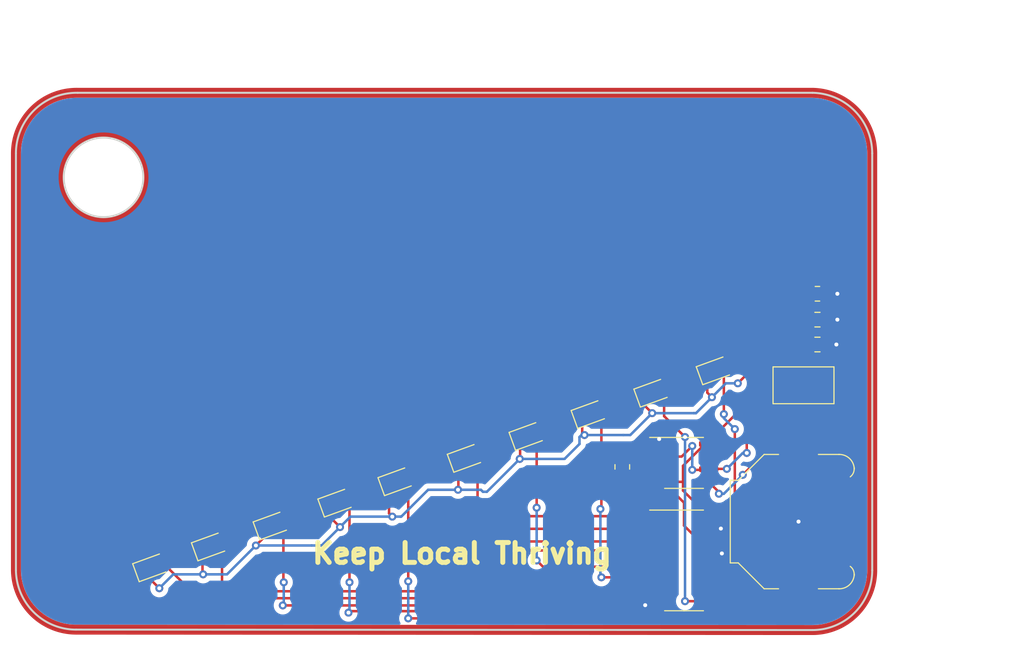
<source format=kicad_pcb>
(kicad_pcb (version 20211014) (generator pcbnew)
  (layers (0 "F.Cu" signal) (31 "B.Cu" signal) (34 "B.Paste" user) (35 "F.Paste" user) (36 "B.SilkS" user "B.Silkscreen") (37 "F.SilkS" user "F.Silkscreen") (38 "B.Mask" user) (39 "F.Mask" user) (44 "Edge.Cuts" user))
  (net 0 "")
  (net 1 "VCC")
  (net 2 "GND")
  (net 3 "Net-(U2-Pad5)")
  (net 4 "Net-(D10-Pad1)")
  (net 5 "LED1")
  (net 6 "LED2")
  (net 7 "LED3")
  (net 8 "LED4")
  (net 9 "LED5")
  (net 10 "LED6")
  (net 11 "LED7")
  (net 12 "LED9")
  (net 13 "LED10")
  (net 14 "Net-(R3-Pad1)")
  (net 16 "LED8")
  (net 18 "5V")
  (net 19 "CLOCK")
  (footprint "LED_SMD:LED_0805_2012Metric_Pad1.15x1.40mm_HandSolder" (layer "F.Cu") (at 97 125.2 20)
    (fp_text reference "D2" hide)
    (fp_text value "LED" hide)
  )
  (footprint "Capacitor_SMD:C_0805_2012Metric_Pad1.18x1.45mm_HandSolder" (layer "F.Cu") (at 163.7 102.9 180)
    (fp_text reference "C1" hide)
    (fp_text value "100nF" hide)
  )
  (footprint "Button_Switch_SMD:SW_SPST_CK_RS282G05A3" (layer "F.Cu") (at 162.3 107 180)
    (fp_text reference "SW1" hide)
    (fp_text value "ON / OFF")
  )
  (footprint "LED_SMD:LED_0805_2012Metric_Pad1.15x1.40mm_HandSolder" (layer "F.Cu") (at 153.6 105.4 20)
    (fp_text reference "D11" hide)
    (fp_text value "LED" hide)
  )
  (footprint "LED_SMD:LED_0805_2012Metric_Pad1.15x1.40mm_HandSolder" (layer "F.Cu") (at 121.636815 116.550571 20)
    (fp_text reference "D6" hide)
    (fp_text value "LED" hide)
  )
  (footprint "LED_SMD:LED_0805_2012Metric_Pad1.15x1.40mm_HandSolder" (layer "F.Cu") (at 141.036815 109.8 20)
    (fp_text reference "D9" hide)
    (fp_text value "LED" hide)
  )
  (footprint "Capacitor_SMD:C_0805_2012Metric_Pad1.18x1.45mm_HandSolder" (layer "F.Cu") (at 163.7 100.4)
    (fp_text reference "C2" hide)
    (fp_text value "220nF" hide)
  )
  (footprint "Battery:BatteryHolder_Keystone_3000_1x12mm" (layer "F.Cu") (at 161.795 120.7 90)
    (fp_text reference "BT1" hide)
    (fp_text value "Battery")
  )
  (footprint "Package_SO:SOIC-16_3.9x9.9mm_P1.27mm" (layer "F.Cu") (at 150.3 124.6)
    (fp_text reference "U1" hide)
    (fp_text value "4017" hide)
  )
  (footprint "LED_SMD:LED_0805_2012Metric_Pad1.15x1.40mm_HandSolder" (layer "F.Cu") (at 115.6 118.7 20)
    (fp_text reference "D5" hide)
    (fp_text value "LED" hide)
  )
  (footprint "LED_SMD:LED_0805_2012Metric_Pad1.15x1.40mm_HandSolder" (layer "F.Cu") (at 102.9 123.1 20)
    (fp_text reference "D3" hide)
    (fp_text value "LED" hide)
  )
  (footprint "Resistor_SMD:R_0805_2012Metric_Pad1.20x1.40mm_HandSolder" (layer "F.Cu") (at 163.7 97.8 180)
    (fp_text reference "R2" hide)
    (fp_text value "470" hide)
  )
  (footprint "LED_SMD:LED_0805_2012Metric_Pad1.15x1.40mm_HandSolder" (layer "F.Cu") (at 109.1 121 20)
    (fp_text reference "D4" hide)
    (fp_text value "LED" hide)
  )
  (footprint "LED_SMD:LED_0805_2012Metric_Pad1.15x1.40mm_HandSolder" (layer "F.Cu") (at 128.6 114.2 20)
    (fp_text reference "D7" hide)
    (fp_text value "LED" hide)
  )
  (footprint "LED_SMD:LED_0805_2012Metric_Pad1.15x1.40mm_HandSolder" (layer "F.Cu") (at 147.336815 107.650571 20)
    (fp_text reference "D10" hide)
    (fp_text value "LED" hide)
  )
  (footprint "LED_SMD:LED_0805_2012Metric_Pad1.15x1.40mm_HandSolder" (layer "F.Cu") (at 134.8 112 20)
    (fp_text reference "D8" hide)
    (fp_text value "LED" hide)
  )
  (footprint "Package_SO:SOIC-8_3.9x4.9mm_P1.27mm" (layer "F.Cu") (at 150.3 114.8)
    (fp_text reference "U2" hide)
    (fp_text value "NE555D" hide)
  )
  (footprint "Resistor_SMD:R_0805_2012Metric_Pad1.20x1.40mm_HandSolder" (layer "F.Cu") (at 144.1 115.2 -90)
    (fp_text reference "R3" hide)
    (fp_text value "10K" hide)
  )
  (gr_poly (pts (xy 156.874106 81.919762) (xy 157.017821 81.92959) (xy 157.159056 81.946471) (xy 157.297596 81.970379) (xy 157.433227 82.001287) (xy 157.565735 82.039168) (xy 157.694906 82.083995) (xy 157.820526 82.135741) (xy 157.942381 82.19438) (xy 158.060255 82.259885) (xy 158.173936 82.332229) (xy 158.287717 82.414456) (xy 158.394829 82.502616) (xy 158.495179 82.596524) (xy 158.588674 82.695994) (xy 158.675223 82.800841) (xy 158.754732 82.91088) (xy 158.827108 83.025926) (xy 158.892259 83.145793) (xy 158.950092 83.270296) (xy 159.000515 83.399249) (xy 159.043435 83.532468) (xy 159.078759 83.669767) (xy 159.106395 83.81096) (xy 159.126249 83.955863) (xy 159.13823 84.10429) (xy 159.142244 84.256056) (xy 159.144441 90.639601) (xy 159.140345 90.793106) (xy 159.12819 90.946539) (xy 159.108175 91.099665) (xy 159.080499 91.25225) (xy 159.045361 91.404059) (xy 159.002959 91.554856) (xy 158.953493 91.704406) (xy 158.897161 91.852475) (xy 158.834163 91.998828) (xy 158.764696 92.143229) (xy 158.607157 92.425238) (xy 158.426133 92.696623) (xy 158.223217 92.955503) (xy 158 93.2) (xy 157.758073 93.428233) (xy 157.499027 93.638323) (xy 157.224455 93.828391) (xy 156.935946 93.996556) (xy 156.786963 94.071838) (xy 156.635092 94.14094) (xy 156.480534 94.203626) (xy 156.323486 94.259662) (xy 156.164147 94.308813) (xy 156.002717 94.350843) (xy 151.063249 95.517713) (xy 151.032406 95.526097) (xy 151.001961 95.535805) (xy 150.971951 95.546794) (xy 150.942414 95.559021) (xy 150.913389 95.572444) (xy 150.884913 95.587018) (xy 150.857026 95.602703) (xy 150.829765 95.619453) (xy 150.803168 95.637228) (xy 150.777273 95.655983) (xy 150.727745 95.696265) (xy 150.681484 95.739955) (xy 150.638796 95.786711) (xy 150.599987 95.836188) (xy 150.582132 95.861841) (xy 150.565362 95.888045) (xy 150.549714 95.914759) (xy 150.535226 95.941938) (xy 150.521937 95.969541) (xy 150.509885 95.997524) (xy 150.499107 96.025845) (xy 150.489643 96.05446) (xy 150.48153 96.083326) (xy 150.474807 96.112402) (xy 150.469511 96.141643) (xy 150.465681 96.171007) (xy 150.463355 96.200451) (xy 150.462571 96.229933) (xy 150.462571 100.231) (xy 150.463317 100.258968) (xy 150.465538 100.286303) (xy 150.469207 100.312969) (xy 150.4743 100.338929) (xy 150.480792 100.364146) (xy 150.488656 100.388583) (xy 150.497867 100.412206) (xy 150.5084 100.434976) (xy 150.52023 100.456857) (xy 150.53333 100.477813) (xy 150.547676 100.497807) (xy 150.563241 100.516803) (xy 150.580001 100.534764) (xy 150.59793 100.551654) (xy 150.617003 100.567436) (xy 150.637193 100.582074) (xy 150.65749 100.595157) (xy 150.678582 100.60695) (xy 150.700429 100.617454) (xy 150.722992 100.62667) (xy 150.746229 100.634597) (xy 150.770101 100.641237) (xy 150.794568 100.64659) (xy 150.81959 100.650655) (xy 150.845126 100.653433) (xy 150.871136 100.654925) (xy 150.89758 100.655131) (xy 150.924418 100.654052) (xy 150.95161 100.651687) (xy 150.979115 100.648037) (xy 151.006894 100.643102) (xy 151.034906 100.636884) (xy 154.1643 99.897229) (xy 154.195223 99.888845) (xy 154.225738 99.879137) (xy 154.255808 99.868149) (xy 154.285396 99.855921) (xy 154.314464 99.842499) (xy 154.342973 99.827924) (xy 154.370887 99.81224) (xy 154.398167 99.795489) (xy 154.424777 99.777715) (xy 154.450678 99.758959) (xy 154.500204 99.718678) (xy 154.546442 99.674988) (xy 154.589093 99.628232) (xy 154.627855 99.578754) (xy 154.645684 99.553102) (xy 154.662427 99.526897) (xy 154.678047 99.500184) (xy 154.692506 99.473004) (xy 154.705767 99.445401) (xy 154.717792 99.417418) (xy 154.728544 99.389098) (xy 154.737984 99.360483) (xy 154.746075 99.331616) (xy 154.75278 99.302541) (xy 154.75806 99.2733) (xy 154.761878 99.243936) (xy 154.764197 99.214491) (xy 154.764978 99.18501) (xy 154.763871 97.969464) (xy 154.764764 97.936029) (xy 154.767414 97.902612) (xy 154.771776 97.869265) (xy 154.777809 97.836039) (xy 154.785468 97.802985) (xy 154.79471 97.770154) (xy 154.805492 97.737598) (xy 154.817771 97.705367) (xy 154.831503 97.673512) (xy 154.846644 97.642084) (xy 154.880983 97.580715) (xy 154.92044 97.521669) (xy 154.96467 97.465353) (xy 155.013324 97.412176) (xy 155.066056 97.362547) (xy 155.122519 97.316875) (xy 155.182367 97.275567) (xy 155.245252 97.239032) (xy 155.277725 97.222683) (xy 155.310828 97.20768) (xy 155.344516 97.194074) (xy 155.378747 97.181917) (xy 155.413477 97.17126) (xy 155.448663 97.162153) (xy 158.430124 96.457228) (xy 158.464656 96.449499) (xy 158.498967 96.443481) (xy 158.533005 96.439158) (xy 158.566719 96.436515) (xy 158.600059 96.435538) (xy 158.632972 96.436211) (xy 158.665409 96.43852) (xy 158.697318 96.44245) (xy 158.728649 96.447985) (xy 158.759351 96.455111) (xy 158.789372 96.463813) (xy 158.818662 96.474076) (xy 158.84717 96.485885) (xy 158.874845 96.499225) (xy 158.901635 96.514082) (xy 158.927491 96.530439) (xy 158.953149 96.548922) (xy 158.977306 96.568717) (xy 158.999942 96.589782) (xy 159.021034 96.612075) (xy 159.040563 96.635554) (xy 159.058506 96.660178) (xy 159.074841 96.685904) (xy 159.089548 96.71269) (xy 159.102605 96.740495) (xy 159.113991 96.769277) (xy 159.123684 96.798993) (xy 159.131662 96.829602) (xy 159.137905 96.861062) (xy 159.142391 96.893331) (xy 159.145098 96.926366) (xy 159.146005 96.960127) (xy 159.145494 96.960798) (xy 159.145494 99.452466) (xy 159.141917 99.597747) (xy 159.13129 99.742907) (xy 159.113762 99.887754) (xy 159.089487 100.032095) (xy 159.058616 100.175737) (xy 159.0213 100.318487) (xy 158.977691 100.460152) (xy 158.927941 100.60054) (xy 158.810626 100.876711) (xy 158.670568 101.145459) (xy 158.508981 101.40524) (xy 158.327078 101.654511) (xy 158.126075 101.891732) (xy 157.907184 102.115357) (xy 157.67162 102.323846) (xy 157.420596 102.515656) (xy 157.155327 102.689243) (xy 156.877027 102.843066) (xy 156.586909 102.975582) (xy 156.437798 103.033368) (xy 156.286187 103.085248) (xy 92.211809 125.411052) (xy 92.201523 125.414718) (xy 92.191238 125.418235) (xy 92.170667 125.424983) (xy 92.150095 125.431617) (xy 92.129524 125.438456) (xy 92.108676 125.442104) (xy 92.087367 125.445493) (xy 92.065737 125.448552) (xy 92.043925 125.451213) (xy 92.022069 125.453404) (xy 92.00031 125.455056) (xy 91.978787 125.456099) (xy 91.957639 125.456462) (xy 91.935121 125.456037) (xy 91.912833 125.454777) (xy 91.890791 125.452705) (xy 91.869012 125.449844) (xy 91.847511 125.446217) (xy 91.826305 125.441846) (xy 91.80541 125.436754) (xy 91.784841 125.430964) (xy 91.764616 125.424499) (xy 91.744749 125.417382) (xy 91.725257 125.409635) (xy 91.706156 125.401281) (xy 91.687462 125.392344) (xy 91.669192 125.382845) (xy 91.651361 125.372807) (xy 91.633985 125.362254) (xy 91.608328 125.343595) (xy 91.584171 125.323648) (xy 91.561536 125.302453) (xy 91.540443 125.28005) (xy 91.520915 125.25648) (xy 91.502972 125.231782) (xy 91.486637 125.205996) (xy 91.47193 125.179164) (xy 91.458873 125.151324) (xy 91.447487 125.122518) (xy 91.437794 125.092784) (xy 91.429816 125.062164) (xy 91.423573 125.030698) (xy 91.419087 124.998425) (xy 91.41638 124.965386) (xy 91.415473 124.931621) (xy 91.415473 115.365458) (xy 91.416366 115.332023) (xy 91.419015 115.298606) (xy 91.423378 115.265258) (xy 91.429411 115.232031) (xy 91.43707 115.198975) (xy 91.446312 115.166142) (xy 91.457094 115.133582) (xy 91.469373 115.101346) (xy 91.483105 115.069485) (xy 91.498246 115.03805) (xy 91.532585 114.97666) (xy 91.572042 114.917585) (xy 91.616272 114.861232) (xy 91.664926 114.808007) (xy 91.717658 114.758317) (xy 91.774122 114.712571) (xy 91.833969 114.671174) (xy 91.896855 114.634535) (xy 91.929328 114.618126) (xy 91.962431 114.603059) (xy 91.996119 114.589386) (xy 92.03035 114.577156) (xy 92.065081 114.566421) (xy 92.100267 114.557231) (xy 99.500049 112.808057) (xy 99.530803 112.80047) (xy 99.561155 112.791469) (xy 99.591068 112.781102) (xy 99.620503 112.769415) (xy 99.649423 112.756456) (xy 99.677791 112.742273) (xy 99.705569 112.726914) (xy 99.732718 112.710425) (xy 99.759202 112.692854) (xy 99.784983 112.67425) (xy 99.810022 112.654658) (xy 99.834283 112.634128) (xy 99.857728 112.612706) (xy 99.880319 112.59044) (xy 99.922788 112.543565) (xy 99.96139 112.493884) (xy 99.979146 112.46811) (xy 99.995822 112.441776) (xy 100.01138 112.414932) (xy 100.025783 112.387623) (xy 100.038994 112.359898) (xy 100.050973 112.331804) (xy 100.061685 112.303388) (xy 100.07109 112.274699) (xy 100.079152 112.245783) (xy 100.085832 112.216688) (xy 100.091094 112.187461) (xy 100.094898 112.158151) (xy 100.097209 112.128805) (xy 100.097987 112.099469) (xy 100.094987 109.485181) (xy 100.093531 109.445727) (xy 100.089209 109.407652) (xy 100.085994 109.389159) (xy 100.08209 109.371046) (xy 100.077503 109.353324) (xy 100.072244 109.336003) (xy 100.066321 109.319097) (xy 100.059741 109.302615) (xy 100.052515 109.286571) (xy 100.044651 109.270975) (xy 100.036157 109.255839) (xy 100.027043 109.241175) (xy 100.017317 109.226994) (xy 100.006987 109.213307) (xy 99.996063 109.200127) (xy 99.984552 109.187464) (xy 99.972465 109.175331) (xy 99.959809 109.163739) (xy 99.946593 109.152699) (xy 99.932826 109.142223) (xy 99.918517 109.132323) (xy 99.903674 109.12301) (xy 99.888306 109.114295) (xy 99.872422 109.106191) (xy 99.85603 109.098708) (xy 99.839139 109.091859) (xy 99.821759 109.085655) (xy 99.803897 109.080107) (xy 99.785562 109.075227) (xy 99.766763 109.071027) (xy 94.3036 108.070355) (xy 94.140814 108.034534) (xy 93.981762 107.992629) (xy 93.826538 107.944758) (xy 93.675235 107.891038) (xy 93.527949 107.831585) (xy 93.384772 107.766516) (xy 93.245799 107.695947) (xy 93.111124 107.619994) (xy 92.980841 107.538775) (xy 92.855044 107.452406) (xy 92.733827 107.361003) (xy 92.617285 107.264684) (xy 92.50551 107.163565) (xy 92.398598 107.057761) (xy 92.296642 106.947391) (xy 92.199737 106.83257) (xy 92.107976 106.713415) (xy 92.021453 106.590043) (xy 91.940263 106.46257) (xy 91.8645 106.331113) (xy 91.794257 106.195789) (xy 91.729628 106.056713) (xy 91.670709 105.914003) (xy 91.617592 105.767776) (xy 91.570372 105.618147) (xy 91.529143 105.465233) (xy 91.493999 105.309151) (xy 91.465033 105.150018) (xy 91.442341 104.98795) (xy 91.426016 104.823064) (xy 91.416152 104.655476) (xy 91.412843 104.485303) (xy 91.415122 100.236585) (xy 91.419218 100.083072) (xy 91.431373 99.929631) (xy 91.451388 99.776498) (xy 91.479064 99.623908) (xy 91.514203 99.472094) (xy 91.556605 99.321292) (xy 91.606071 99.171737) (xy 91.662403 99.023663) (xy 91.725401 98.877306) (xy 91.794867 98.732899) (xy 91.952407 98.450878) (xy 92.133431 98.179479) (xy 92.336347 97.920579) (xy 92.559565 97.676059) (xy 92.801492 97.447795) (xy 93.060539 97.237666) (xy 93.335112 97.04755) (xy 93.623621 96.879327) (xy 93.772605 96.804012) (xy 93.924475 96.734874) (xy 94.079034 96.672149) (xy 94.236082 96.61607) (xy 94.395421 96.566874) (xy 94.556852 96.524794) (xy 101.307863 94.92909) (xy 101.462114 94.896165) (xy 101.615132 94.87042) (xy 101.766706 94.851832) (xy 101.916628 94.840379) (xy 102.064687 94.836037) (xy 102.210675 94.838782) (xy 102.354382 94.848592) (xy 102.495599 94.865442) (xy 102.634115 94.889311) (xy 102.769722 94.920173) (xy 102.90221 94.958007) (xy 103.03137 95.002789) (xy 103.156992 95.054495) (xy 103.278867 95.113103) (xy 103.396785 95.178588) (xy 103.510537 95.250929) (xy 103.624318 95.333162) (xy 103.73143 95.421337) (xy 103.83178 95.515268) (xy 103.925276 95.614767) (xy 104.011825 95.719646) (xy 104.091333 95.829717) (xy 104.16371 95.944794) (xy 104.228861 96.064688) (xy 104.286695 96.189211) (xy 104.337118 96.318177) (xy 104.380038 96.451398) (xy 104.415362 96.588686) (xy 104.442998 96.729853) (xy 104.462852 96.874713) (xy 104.474833 97.023076) (xy 104.478847 97.174757) (xy 104.480035 100.45271) (xy 104.479142 100.486065) (xy 104.476493 100.519412) (xy 104.472131 100.552699) (xy 104.4661 100.585875) (xy 104.458442 100.618888) (xy 104.449202 100.651686) (xy 104.438424 100.68422) (xy 104.42615 100.716436) (xy 104.412425 100.748285) (xy 104.397291 100.779713) (xy 104.362972 100.841106) (xy 104.323543 100.900203) (xy 104.279352 100.956593) (xy 104.230746 101.009866) (xy 104.178075 101.05961) (xy 104.121685 101.105414) (xy 104.061926 101.146866) (xy 103.999145 101.183555) (xy 103.966731 101.199986) (xy 103.933692 101.215072) (xy 103.900071 101.228761) (xy 103.865913 101.241003) (xy 103.83126 101.251745) (xy 103.796157 101.260938) (xy 100.814796 101.964948) (xy 100.780283 101.972676) (xy 100.746029 101.978695) (xy 100.712081 101.983018) (xy 100.678484 101.985661) (xy 100.645283 101.986638) (xy 100.612524 101.985964) (xy 100.580252 101.983655) (xy 100.548513 101.979726) (xy 100.517353 101.97419) (xy 100.486817 101.967064) (xy 100.456951 101.958362) (xy 100.427799 101.948099) (xy 100.399409 101.93629) (xy 100.371825 101.92295) (xy 100.345092 101.908094) (xy 100.319257 101.891736) (xy 100.293448 101.873253) (xy 100.269179 101.853457) (xy 100.257627 101.843079) (xy 100.246466 101.832387) (xy 100.235698 101.821388) (xy 100.225327 101.810086) (xy 100.205779 101.786592) (xy 100.187839 101.761948) (xy 100.171526 101.736192) (xy 100.156856 101.709367) (xy 100.143847 101.681512) (xy 100.132516 101.652667) (xy 100.122881 101.622875) (xy 100.114959 101.592174) (xy 100.108766 101.560606) (xy 100.104322 101.528211) (xy 100.101642 101.49503) (xy 100.100745 101.461102) (xy 100.100745 99.547132) (xy 100.1 99.519163) (xy 100.097781 99.491827) (xy 100.094116 99.465159) (xy 100.089031 99.439193) (xy 100.082554 99.413964) (xy 100.07471 99.389508) (xy 100.065527 99.365859) (xy 100.055031 99.343053) (xy 100.043249 99.321124) (xy 100.030209 99.300108) (xy 100.015936 99.28004) (xy 100.000458 99.260955) (xy 99.983801 99.242887) (xy 99.965992 99.225872) (xy 99.947058 99.209946) (xy 99.927026 99.195142) (xy 99.906597 99.182059) (xy 99.885447 99.170266) (xy 99.863604 99.159762) (xy 99.841095 99.150546) (xy 99.817949 99.142618) (xy 99.794193 99.135979) (xy 99.769857 99.130626) (xy 99.744968 99.126561) (xy 99.719554 99.123783) (xy 99.693642 99.122291) (xy 99.667263 99.122085) (xy 99.640442 99.123164) (xy 99.613209 99.125529) (xy 99.585592 99.129179) (xy 99.557618 99.134113) (xy 99.529315 99.140332) (xy 96.39993 99.879987) (xy 96.369085 99.888371) (xy 96.338632 99.898078) (xy 96.30861 99.909067) (xy 96.279056 99.921294) (xy 96.250011 99.934717) (xy 96.221511 99.949292) (xy 96.193596 99.964976) (xy 96.166304 99.981727) (xy 96.139674 99.999501) (xy 96.113743 100.018256) (xy 96.064137 100.058538) (xy 96.017794 100.102228) (xy 95.97502 100.148984) (xy 95.936126 100.198462) (xy 95.918229 100.224114) (xy 95.901418 100.250319) (xy 95.88573 100.277032) (xy 95.871204 100.304212) (xy 95.857879 100.331814) (xy 95.845794 100.359797) (xy 95.834986 100.388118) (xy 95.825494 100.416733) (xy 95.817356 100.4456) (xy 95.810612 100.474675) (xy 95.8053 100.503916) (xy 95.801457 100.53328) (xy 95.799124 100.562725) (xy 95.798337 100.592206) (xy 95.798337 103.595136) (xy 95.799794 103.634755) (xy 95.804116 103.672976) (xy 95.80733 103.691533) (xy 95.811235 103.709706) (xy 95.815821 103.727484) (xy 95.82108 103.744855) (xy 95.827004 103.761809) (xy 95.833583 103.778332) (xy 95.840809 103.794416) (xy 95.848673 103.810047) (xy 95.857167 103.825214) (xy 95.866281 103.839907) (xy 95.876008 103.854113) (xy 95.886338 103.867822) (xy 95.897262 103.881021) (xy 95.908772 103.893701) (xy 95.92086 103.905848) (xy 95.933516 103.917453) (xy 95.946732 103.928503) (xy 95.960498 103.938987) (xy 95.974808 103.948894) (xy 95.989651 103.958212) (xy 96.005019 103.966931) (xy 96.020903 103.975038) (xy 96.037294 103.982522) (xy 96.054185 103.989372) (xy 96.071566 103.995577) (xy 96.089428 104.001125) (xy 96.107763 104.006005) (xy 96.126561 104.010205) (xy 101.606002 105.021771) (xy 101.767757 105.050982) (xy 101.925807 105.086252) (xy 102.080058 105.127472) (xy 102.230418 105.174533) (xy 102.376791 105.227323) (xy 102.519085 105.285734) (xy 102.657205 105.349656) (xy 102.791058 105.418978) (xy 102.92055 105.493591) (xy 103.045586 105.573385) (xy 103.166074 105.65825) (xy 103.281919 105.748076) (xy 103.393028 105.842754) (xy 103.499306 105.942173) (xy 103.600661 106.046224) (xy 103.696997 106.154798) (xy 103.788222 106.267783) (xy 103.874241 106.38507) (xy 103.95496 106.50655) (xy 104.030287 106.632112) (xy 104.100127 106.761647) (xy 104.164385 106.895044) (xy 104.222969 107.032195) (xy 104.275785 107.172989) (xy 104.322738 107.317316) (xy 104.363736 107.465066) (xy 104.398683 107.61613) (xy 104.427487 107.770398) (xy 104.450053 107.92776) (xy 104.466288 108.088106) (xy 104.476098 108.251325) (xy 104.479389 108.41731) (xy 104.483989 112.155316) (xy 104.483025 112.229653) (xy 104.480134 112.30419) (xy 104.475317 112.378913) (xy 104.468576 112.453808) (xy 104.459911 112.528862) (xy 104.449325 112.604061) (xy 104.436818 112.679391) (xy 104.422392 112.754838) (xy 104.406048 112.830388) (xy 104.387787 112.906028) (xy 104.367612 112.981744) (xy 104.345522 113.057521) (xy 104.32152 113.133347) (xy 104.295606 113.209207) (xy 104.267782 113.285087) (xy 104.23805 113.360974) (xy 108.310411 112.398602) (xy 108.310411 93.922193) (xy 108.311301 93.888758) (xy 108.313943 93.855341) (xy 108.318293 93.821994) (xy 108.324309 93.788768) (xy 108.331947 93.755714) (xy 108.341165 93.722883) (xy 108.351919 93.690327) (xy 108.364167 93.658095) (xy 108.377866 93.62624) (xy 108.392971 93.594813) (xy 108.427233 93.533444) (xy 108.466608 93.474397) (xy 108.510752 93.418081) (xy 108.55932 93.364905) (xy 108.61197 93.315276) (xy 108.668357 93.269603) (xy 108.728135 93.228295) (xy 108.790962 93.191761) (xy 108.823411 93.175411) (xy 108.856493 93.160408) (xy 108.890165 93.146802) (xy 108.924384 93.134645) (xy 108.959107 93.123988) (xy 108.994291 93.114881) (xy 111.97556 92.409071) (xy 112.010235 92.401342) (xy 112.044628 92.395324) (xy 112.078695 92.391001) (xy 112.112389 92.388358) (xy 112.145665 92.387381) (xy 112.178478 92.388054) (xy 112.210781 92.390363) (xy 112.242531 92.394293) (xy 112.27368 92.399828) (xy 112.304183 92.406954) (xy 112.333996 92.415656) (xy 112.363072 92.42592) (xy 112.391365 92.437729) (xy 112.418831 92.451069) (xy 112.445424 92.465925) (xy 112.471097 92.482283) (xy 112.496754 92.500775) (xy 112.520912 92.520598) (xy 112.543547 92.541704) (xy 112.56464 92.564047) (xy 112.584169 92.587583) (xy 112.602112 92.612264) (xy 112.618447 92.638045) (xy 112.633154 92.664881) (xy 112.646211 92.692724) (xy 112.657597 92.72153) (xy 112.66729 92.751252) (xy 112.675268 92.781845) (xy 112.681511 92.813262) (xy 112.685997 92.845457) (xy 112.688704 92.878385) (xy 112.689611 92.912001) (xy 112.689611 109.701032) (xy 117.173219 108.631879) (xy 117.208055 108.62415) (xy 117.24259 108.618132) (xy 117.276779 108.613809) (xy 117.310578 108.611166) (xy 117.343942 108.610189) (xy 117.376829 108.610862) (xy 117.409193 108.613171) (xy 117.44099 108.617101) (xy 117.472177 108.622636) (xy 117.502708 108.629762) (xy 117.532541 108.638464) (xy 117.56163 108.648727) (xy 117.589932 108.660536) (xy 117.617402 108.673877) (xy 117.643997 108.688733) (xy 117.669671 108.70509) (xy 117.695318 108.723749) (xy 117.719446 108.743697) (xy 117.742037 108.764892) (xy 117.763071 108.787294) (xy 117.78253 108.810865) (xy 117.800396 108.835563) (xy 117.816649 108.861348) (xy 117.831271 108.888181) (xy 117.844242 108.91602) (xy 117.855545 108.944827) (xy 117.86516 108.97456) (xy 117.87307 109.00518) (xy 117.879254 109.036647) (xy 117.883694 109.06892) (xy 117.886372 109.101959) (xy 117.887269 109.135724) (xy 117.890668 110.133466) (xy 120.488309 109.519086) (xy 120.490045 97.835462) (xy 120.490935 97.802026) (xy 120.493577 97.768609) (xy 120.497928 97.735261) (xy 120.503945 97.702035) (xy 120.511585 97.668979) (xy 120.520805 97.636146) (xy 120.531563 97.603586) (xy 120.543816 97.57135) (xy 120.55752 97.539489) (xy 120.572633 97.508053) (xy 120.606915 97.446664) (xy 120.646318 97.387589) (xy 120.6905 97.331236) (xy 120.739118 97.278011) (xy 120.791828 97.228321) (xy 120.848288 97.182575) (xy 120.908156 97.141178) (xy 120.971087 97.104539) (xy 121.003595 97.08813) (xy 121.036741 97.073064) (xy 121.070481 97.05939) (xy 121.104773 97.04716) (xy 121.139573 97.036425) (xy 121.17484 97.027235) (xy 124.156202 96.32234) (xy 124.190566 96.314611) (xy 124.22471 96.308593) (xy 124.258582 96.30427) (xy 124.292134 96.301627) (xy 124.325315 96.30065) (xy 124.358078 96.301323) (xy 124.390371 96.303632) (xy 124.422146 96.307562) (xy 124.453353 96.313097) (xy 124.483942 96.320223) (xy 124.513865 96.328926) (xy 124.543071 96.339189) (xy 124.57151 96.350998) (xy 124.599135 96.364338) (xy 124.625894 96.379194) (xy 124.651738 96.395552) (xy 124.677396 96.414034) (xy 124.701553 96.433829) (xy 124.724189 96.454894) (xy 124.745281 96.477188) (xy 124.76481 96.500667) (xy 124.782753 96.525292) (xy 124.799088 96.551019) (xy 124.813795 96.577806) (xy 124.826852 96.605613) (xy 124.838238 96.634397) (xy 124.847931 96.664115) (xy 124.855909 96.694727) (xy 124.862152 96.726191) (xy 124.866638 96.758463) (xy 124.869345 96.791504) (xy 124.870252 96.82527) (xy 124.871988 108.481) (xy 129.089998 107.484326) (xy 129.089998 91.330152) (xy 129.094094 91.1766) (xy 129.106249 91.023123) (xy 129.126265 90.869954) (xy 129.153943 90.71733) (xy 129.189084 90.565485) (xy 129.231488 90.414654) (xy 129.280957 90.265072) (xy 129.337292 90.116973) (xy 129.400294 89.970593) (xy 129.469763 89.826167) (xy 129.627311 89.544113) (xy 129.808343 89.272691) (xy 130.011267 89.013781) (xy 130.234493 88.76926) (xy 130.476429 88.541008) (xy 130.735483 88.330904) (xy 131.010063 88.140826) (xy 131.298578 87.972654) (xy 131.447564 87.89737) (xy 131.599436 87.828267) (xy 131.753997 87.765579) (xy 131.911046 87.709543) (xy 132.070386 87.660392) (xy 132.231817 87.618361) (xy 138.972696 86.024611) (xy 139.126645 85.991685) (xy 139.279438 85.965942) (xy 139.430856 85.947359) (xy 139.58068 85.935914) (xy 139.728693 85.931585) (xy 139.874676 85.934351) (xy 140.01841 85.944189) (xy 140.159678 85.961077) (xy 140.29826 85.984994) (xy 140.43394 86.015917) (xy 140.566498 86.053825) (xy 140.695716 86.098696) (xy 140.821375 86.150507) (xy 140.943258 86.209237) (xy 141.061146 86.274863) (xy 141.174821 86.347365) (xy 141.288602 86.429593) (xy 141.395714 86.517755) (xy 141.496064 86.611665) (xy 141.589559 86.711139) (xy 141.676108 86.81599) (xy 141.755617 86.926033) (xy 141.827993 87.041082) (xy 141.893144 87.160952) (xy 141.950977 87.285457) (xy 142.0014 87.414412) (xy 142.04432 87.547631) (xy 142.079644 87.684929) (xy 142.10728 87.826119) (xy 142.127134 87.971017) (xy 142.139115 88.119437) (xy 142.143129 88.271193) (xy 142.139726 92.742811) (xy 142.138833 92.776247) (xy 142.136184 92.809664) (xy 142.131821 92.843012) (xy 142.125789 92.876239) (xy 142.118129 92.909294) (xy 142.108887 92.942127) (xy 142.098105 92.974688) (xy 142.085826 93.006924) (xy 142.072095 93.038785) (xy 142.056953 93.07022) (xy 142.022615 93.131609) (xy 141.983157 93.190684) (xy 141.938928 93.247038) (xy 141.890274 93.300263) (xy 141.837542 93.349952) (xy 141.781078 93.395699) (xy 141.721231 93.437096) (xy 141.658345 93.473735) (xy 141.625872 93.490144) (xy 141.59277 93.50521) (xy 141.559081 93.518884) (xy 141.52485 93.531114) (xy 141.49012 93.541849) (xy 141.454934 93.551039) (xy 138.473573 94.255964) (xy 138.439061 94.263693) (xy 138.404808 94.269711) (xy 138.37086 94.274034) (xy 138.337263 94.276677) (xy 138.304063 94.277654) (xy 138.271304 94.276981) (xy 138.239032 94.274672) (xy 138.207294 94.270742) (xy 138.176134 94.265207) (xy 138.145598 94.258081) (xy 138.115731 94.249379) (xy 138.08658 94.239116) (xy 138.058189 94.227307) (xy 138.030604 94.213966) (xy 138.003872 94.19911) (xy 137.978036 94.182753) (xy 137.952379 94.164225) (xy 137.928222 94.144376) (xy 137.905586 94.123252) (xy 137.884493 94.100898) (xy 137.864965 94.077358) (xy 137.847022 94.052677) (xy 137.830686 94.026901) (xy 137.815979 94.000074) (xy 137.802922 93.972242) (xy 137.791537 93.943449) (xy 137.781844 93.91374) (xy 137.773865 93.883161) (xy 137.767623 93.851755) (xy 137.763137 93.819569) (xy 137.76043 93.786647) (xy 137.759523 93.753035) (xy 137.765725 90.644422) (xy 137.76498 90.616464) (xy 137.762759 90.589157) (xy 137.75909 90.562532) (xy 137.753997 90.536623) (xy 137.747505 90.511461) (xy 137.739641 90.48708) (xy 137.73043 90.463512) (xy 137.719897 90.44079) (xy 137.708067 90.418946) (xy 137.694967 90.398012) (xy 137.680621 90.378021) (xy 137.665056 90.359005) (xy 137.648296 90.340998) (xy 137.630367 90.324031) (xy 137.611294 90.308137) (xy 137.591104 90.293348) (xy 137.570817 90.280255) (xy 137.549751 90.268431) (xy 137.527944 90.257882) (xy 137.505432 90.248611) (xy 137.48225 90.240622) (xy 137.458434 90.23392) (xy 137.434022 90.228508) (xy 137.409048 90.22439) (xy 137.383549 90.221571) (xy 137.357562 90.220054) (xy 137.331121 90.219845) (xy 137.304265 90.220946) (xy 137.277027 90.223362) (xy 137.249446 90.227096) (xy 137.221556 90.232154) (xy 137.193395 90.238539) (xy 134.064012 90.978193) (xy 134.03317 90.986577) (xy 134.002724 90.996285) (xy 133.972714 91.007274) (xy 133.943178 91.019501) (xy 133.914153 91.032923) (xy 133.885677 91.047498) (xy 133.85779 91.063182) (xy 133.830529 91.079933) (xy 133.803932 91.097708) (xy 133.778037 91.116463) (xy 133.728508 91.156745) (xy 133.682247 91.200435) (xy 133.639559 91.24719) (xy 133.600749 91.296668) (xy 133.582894 91.322321) (xy 133.566123 91.348525) (xy 133.550475 91.375239) (xy 133.535987 91.402418) (xy 133.522697 91.430021) (xy 133.510645 91.458004) (xy 133.499867 91.486324) (xy 133.490403 91.514939) (xy 133.48229 91.543806) (xy 133.475566 91.572881) (xy 133.47027 91.602123) (xy 133.46644 91.631487) (xy 133.464114 91.660931) (xy 133.463331 91.690412) (xy 133.463331 104.249555) (xy 133.464076 104.277513) (xy 133.466295 104.304822) (xy 133.46996 104.331451) (xy 133.475045 104.357369) (xy 133.481523 104.382544) (xy 133.489366 104.406945) (xy 133.49855 104.430541) (xy 133.509045 104.453301) (xy 133.520827 104.475194) (xy 133.533868 104.496189) (xy 133.54814 104.516254) (xy 133.563619 104.535358) (xy 133.580276 104.55347) (xy 133.598085 104.570559) (xy 133.617019 104.586595) (xy 133.637052 104.601544) (xy 133.657339 104.614627) (xy 133.678404 104.62642) (xy 133.700211 104.636924) (xy 133.722724 104.64614) (xy 133.745906 104.654068) (xy 133.769721 104.660707) (xy 133.794134 104.66606) (xy 133.819108 104.670125) (xy 133.844607 104.672903) (xy 133.870594 104.674396) (xy 133.897034 104.674602) (xy 133.923891 104.673522) (xy 133.951128 104.671157) (xy 133.97871 104.667507) (xy 134.006599 104.662573) (xy 134.034761 104.656354) (xy 137.164171 103.916699) (xy 137.195013 103.908316) (xy 137.225458 103.898608) (xy 137.255468 103.88762) (xy 137.285005 103.875393) (xy 137.31403 103.861973) (xy 137.342505 103.847401) (xy 137.370392 103.83172) (xy 137.397653 103.814974) (xy 137.42425 103.797205) (xy 137.450144 103.778457) (xy 137.499673 103.738196) (xy 137.545934 103.694534) (xy 137.588622 103.647817) (xy 137.627431 103.598387) (xy 137.645286 103.572763) (xy 137.662057 103.546591) (xy 137.677705 103.519913) (xy 137.692193 103.492772) (xy 137.705482 103.465212) (xy 137.717534 103.437275) (xy 137.728312 103.409005) (xy 137.737776 103.380444) (xy 137.745889 103.351636) (xy 137.752612 103.322624) (xy 137.757908 103.293451) (xy 137.761738 103.26416) (xy 137.764064 103.234794) (xy 137.764848 103.205396) (xy 137.758645 101.991864) (xy 137.759538 101.958428) (xy 137.762188 101.925011) (xy 137.76655 101.891664) (xy 137.772583 101.858437) (xy 137.780242 101.825381) (xy 137.789484 101.792548) (xy 137.800266 101.759988) (xy 137.812545 101.727752) (xy 137.826277 101.695891) (xy 137.841418 101.664455) (xy 137.875757 101.603066) (xy 137.915214 101.543991) (xy 137.959443 101.487637) (xy 138.008098 101.434412) (xy 138.06083 101.384723) (xy 138.117293 101.338976) (xy 138.177141 101.29758) (xy 138.240026 101.26094) (xy 138.272499 101.244532) (xy 138.305601 101.229465) (xy 138.33929 101.215792) (xy 138.373521 101.203562) (xy 138.408251 101.192826) (xy 138.443437 101.183637) (xy 141.424798 100.479627) (xy 141.459321 100.471898) (xy 141.493601 100.465879) (xy 141.527589 100.461556) (xy 141.561237 100.458914) (xy 141.594493 100.457937) (xy 141.627309 100.45861) (xy 141.659635 100.460919) (xy 141.691421 100.464848) (xy 141.722618 100.470384) (xy 141.753176 100.47751) (xy 141.783046 100.486212) (xy 141.812178 100.496475) (xy 141.840522 100.508284) (xy 141.86803 100.521624) (xy 141.894651 100.536481) (xy 141.920335 100.552838) (xy 141.945992 100.571497) (xy 141.970149 100.591444) (xy 141.992785 100.612639) (xy 142.013878 100.635042) (xy 142.033407 100.658613) (xy 142.051349 100.683311) (xy 142.067685 100.709096) (xy 142.082392 100.735928) (xy 142.095449 100.763768) (xy 142.106835 100.792575) (xy 142.116527 100.822308) (xy 142.124506 100.852928) (xy 142.130749 100.884395) (xy 142.135234 100.916668) (xy 142.137941 100.949707) (xy 142.138849 100.983472) (xy 142.141649 104.402326) (xy 146.078431 103.471692) (xy 146.078431 91.325575) (xy 150.462159 91.325575) (xy 150.462905 91.353533) (xy 150.465126 91.380841) (xy 150.468795 91.407466) (xy 150.473888 91.433375) (xy 150.48038 91.458536) (xy 150.488244 91.482917) (xy 150.497455 91.506485) (xy 150.507988 91.529207) (xy 150.519818 91.551052) (xy 150.532918 91.571986) (xy 150.547264 91.591976) (xy 150.562829 91.610992) (xy 150.579589 91.628999) (xy 150.597518 91.645966) (xy 150.616591 91.66186) (xy 150.636781 91.676649) (xy 150.636766 91.676588) (xy 150.657062 91.68967) (xy 150.678154 91.701464) (xy 150.700002 91.711968) (xy 150.722564 91.721184) (xy 150.745802 91.729111) (xy 150.769674 91.735751) (xy 150.794141 91.741103) (xy 150.819163 91.745169) (xy 150.844699 91.747947) (xy 150.870709 91.749439) (xy 150.897153 91.749645) (xy 150.923991 91.748566) (xy 150.951182 91.746201) (xy 150.978688 91.742551) (xy 151.006466 91.737616) (xy 151.034478 91.731398) (xy 154.163865 90.992659) (xy 154.194788 90.984272) (xy 154.225303 90.974557) (xy 154.255374 90.963556) (xy 154.284961 90.951313) (xy 154.314029 90.937872) (xy 154.342538 90.923275) (xy 154.370452 90.907567) (xy 154.397733 90.89079) (xy 154.424342 90.872988) (xy 154.450243 90.854204) (xy 154.499769 90.813866) (xy 154.546008 90.770121) (xy 154.588659 90.723318) (xy 154.62742 90.673803) (xy 154.645249 90.648138) (xy 154.661992 90.621924) (xy 154.677612 90.595207) (xy 154.692071 90.568028) (xy 154.705332 90.540432) (xy 154.717357 90.512462) (xy 154.728109 90.484161) (xy 154.737549 90.455572) (xy 154.74564 90.42674) (xy 154.752345 90.397708) (xy 154.757625 90.368518) (xy 154.761443 90.339214) (xy 154.763762 90.30984) (xy 154.764543 90.280439) (xy 154.764543 86.625807) (xy 154.763797 86.597849) (xy 154.761577 86.57054) (xy 154.757907 86.54391) (xy 154.752814 86.517993) (xy 154.746323 86.492818) (xy 154.738458 86.468417) (xy 154.729247 86.444821) (xy 154.718714 86.42206) (xy 154.706885 86.400168) (xy 154.693784 86.379173) (xy 154.679439 86.359108) (xy 154.663873 86.340004) (xy 154.647113 86.321892) (xy 154.629184 86.304802) (xy 154.610112 86.288767) (xy 154.589921 86.273817) (xy 154.576048 86.265447) (xy 154.56186 86.25752) (xy 154.547368 86.250051) (xy 154.532578 86.243053) (xy 154.517499 86.23654) (xy 154.502138 86.230523) (xy 154.486505 86.225017) (xy 154.470606 86.220034) (xy 154.45445 86.215588) (xy 154.438046 86.211692) (xy 154.4214 86.20836) (xy 154.404522 86.205604) (xy 154.387418 86.203437) (xy 154.370098 86.201873) (xy 154.35257 86.200925) (xy 154.33484 86.200606) (xy 154.317609 86.200888) (xy 154.300207 86.201733) (xy 154.282636 86.20314) (xy 154.264894 86.205111) (xy 154.246982 86.207644) (xy 154.228899 86.210738) (xy 154.210647 86.214394) (xy 154.192224 86.218611) (xy 151.062837 86.958266) (xy 151.031994 86.96665) (xy 151.001549 86.976357) (xy 150.971538 86.987346) (xy 150.942002 86.999573) (xy 150.912977 87.012996) (xy 150.884501 87.027571) (xy 150.856614 87.043255) (xy 150.829353 87.060006) (xy 150.802756 87.07778) (xy 150.776861 87.096536) (xy 150.727333 87.136817) (xy 150.681072 87.180507) (xy 150.638384 87.227263) (xy 150.599575 87.276741) (xy 150.58172 87.302393) (xy 150.56495 87.328598) (xy 150.549302 87.355311) (xy 150.534814 87.382491) (xy 150.521525 87.410093) (xy 150.509473 87.438076) (xy 150.498695 87.466397) (xy 150.489231 87.495012) (xy 150.481118 87.523879) (xy 150.474395 87.552954) (xy 150.469099 87.582195) (xy 150.465269 87.611559) (xy 150.462943 87.641004) (xy 150.462159 87.670485) (xy 150.462159 91.325575) (xy 146.078431 91.325575) (xy 146.078431 87.317885) (xy 146.082529 87.16434) (xy 146.094688 87.010871) (xy 146.11471 86.857714) (xy 146.142396 86.705103) (xy 146.177546 86.553273) (xy 146.21996 86.402457) (xy 146.269441 86.252892) (xy 146.325789 86.104811) (xy 146.388804 85.958449) (xy 146.458287 85.81404) (xy 146.61586 85.532024) (xy 146.796916 85.260637) (xy 146.999861 85.001757) (xy 147.2231 84.757262) (xy 147.465041 84.529028) (xy 147.724088 84.318931) (xy 147.99865 84.12885) (xy 148.287131 83.960661) (xy 148.436093 83.885362) (xy 148.587938 83.816241) (xy 148.742465 83.753531) (xy 148.899477 83.697467) (xy 149.058773 83.648283) (xy 149.220155 83.606215) (xy 155.971719 82.010421) (xy 156.12582 81.977364) (xy 156.278725 81.951522) (xy 156.43022 81.932868) (xy 156.580091 81.921374) (xy 156.728125 81.917015)) (layer "F.Cu") (width 0.5) (fill solid))
  (gr_poly (pts (arc (start 163.2 131.6) (mid 167.44264 129.84264) (end 169.2 125.6)) (arc (start 169.2 83.682306) (mid 167.441395 79.416557) (end 163.2 77.6)) (arc (start 89.4 77.6) (mid 85.030678 79.3442) (end 83.2 83.678)) (arc (start 83.2 125.6) (mid 84.999892 129.817593) (end 89.24264 131.55736))) (layer "F.Cu") (width 1) (fill none))
  (gr_poly (pts (xy 124.358533 89.507256) (xy 124.390798 89.509565) (xy 124.422536 89.513495) (xy 124.453694 89.51903) (xy 124.484223 89.526156) (xy 124.514072 89.534859) (xy 124.54319 89.545122) (xy 124.571525 89.556931) (xy 124.599027 89.570271) (xy 124.625646 89.585127) (xy 124.65133 89.601485) (xy 124.676988 89.620144) (xy 124.701145 89.640091) (xy 124.72378 89.661286) (xy 124.744873 89.683688) (xy 124.764402 89.707259) (xy 124.782345 89.731957) (xy 124.79868 89.757742) (xy 124.813387 89.784574) (xy 124.826444 89.812414) (xy 124.83783 89.841221) (xy 124.847523 89.870954) (xy 124.855501 89.901574) (xy 124.861744 89.933041) (xy 124.86623 89.965314) (xy 124.868937 89.998353) (xy 124.869844 90.032118) (xy 124.869844 92.50395) (xy 124.868951 92.537386) (xy 124.866302 92.570803) (xy 124.861939 92.60415) (xy 124.855906 92.637377) (xy 124.848247 92.670433) (xy 124.839005 92.703266) (xy 124.828223 92.735826) (xy 124.815944 92.768063) (xy 124.802213 92.799924) (xy 124.787071 92.831359) (xy 124.752732 92.892748) (xy 124.713275 92.951823) (xy 124.669046 93.008177) (xy 124.620392 93.061402) (xy 124.567659 93.111091) (xy 124.511196 93.156838) (xy 124.451348 93.198234) (xy 124.388463 93.234874) (xy 124.35599 93.251282) (xy 124.322888 93.266349) (xy 124.289199 93.280023) (xy 124.254968 93.292253) (xy 124.220238 93.302988) (xy 124.185052 93.312178) (xy 121.20424 94.017103) (xy 121.193882 94.020273) (xy 121.183391 94.023046) (xy 121.172785 94.025451) (xy 121.162082 94.027513) (xy 121.151298 94.029258) (xy 121.140451 94.030713) (xy 121.129559 94.031904) (xy 121.118638 94.032858) (xy 121.096784 94.034159) (xy 121.075026 94.034827) (xy 121.032361 94.035109) (xy 121.009843 94.034683) (xy 120.987555 94.033424) (xy 120.965514 94.031352) (xy 120.943735 94.028491) (xy 120.922234 94.024864) (xy 120.901028 94.020493) (xy 120.880132 94.015401) (xy 120.859564 94.009611) (xy 120.839338 94.003146) (xy 120.819471 93.996029) (xy 120.799979 93.988282) (xy 120.780878 93.979928) (xy 120.762184 93.97099) (xy 120.743914 93.961491) (xy 120.726083 93.951454) (xy 120.708707 93.940901) (xy 120.68305 93.922383) (xy 120.658893 93.902562) (xy 120.636257 93.881479) (xy 120.615164 93.859175) (xy 120.595636 93.83569) (xy 120.577693 93.811067) (xy 120.561357 93.785345) (xy 120.54665 93.758566) (xy 120.533593 93.73077) (xy 120.522208 93.701999) (xy 120.512515 93.672294) (xy 120.504536 93.641695) (xy 120.498294 93.610243) (xy 120.493808 93.57798) (xy 120.491101 93.544946) (xy 120.490194 93.511183) (xy 120.490552 93.5128) (xy 120.490552 91.04051) (xy 120.491442 91.007155) (xy 120.494084 90.973808) (xy 120.498435 90.940521) (xy 120.504452 90.907346) (xy 120.512092 90.874333) (xy 120.521313 90.841534) (xy 120.53207 90.809) (xy 120.544323 90.776784) (xy 120.558027 90.744936) (xy 120.573141 90.713507) (xy 120.607422 90.652114) (xy 120.646825 90.593017) (xy 120.691007 90.536627) (xy 120.739624 90.483354) (xy 120.792334 90.43361) (xy 120.848794 90.387807) (xy 120.908661 90.346354) (xy 120.971593 90.309665) (xy 121.0041 90.293234) (xy 121.037246 90.278149) (xy 121.070985 90.264459) (xy 121.105277 90.252218) (xy 121.140077 90.241475) (xy 121.175344 90.232283) (xy 124.156705 89.528273) (xy 124.19107 89.520544) (xy 124.225211 89.514526) (xy 124.259079 89.510203) (xy 124.292623 89.50756) (xy 124.325791 89.506583)) (layer "F.Cu") (width 0.5) (fill solid))
  (gr_circle (center 92 86.1) (end 96.3 86.1) (layer "F.Cu") (width 0.5) (fill none))
  (gr_line (start 169.2 83.682306) (end 169.2 125.6) (layer "Edge.Cuts") (width 0.2))
  (gr_line (start 163.2 131.6) (end 89.24264 131.55736) (layer "Edge.Cuts") (width 0.2))
  (gr_arc (start 83.2 83.678) (mid 85.030678 79.3442) (end 89.4 77.6) (layer "Edge.Cuts") (width 0.2))
  (gr_line (start 89.4 77.6) (end 163.2 77.6) (layer "Edge.Cuts") (width 0.2))
  (gr_line (start 83.2 125.6) (end 83.2 83.678) (layer "Edge.Cuts") (width 0.2))
  (gr_arc (start 89.24264 131.55736) (mid 84.999892 129.817593) (end 83.2 125.6) (layer "Edge.Cuts") (width 0.2))
  (gr_circle (center 92 86.1) (end 96 86.1) (layer "Edge.Cuts") (width 0.2) (fill none))
  (gr_arc (start 163.2 77.6) (mid 167.441395 79.416557) (end 169.2 83.682306) (layer "Edge.Cuts") (width 0.2))
  (gr_arc (start 169.2 125.6) (mid 167.44264 129.84264) (end 163.2 131.6) (layer "Edge.Cuts") (width 0.2))
  (gr_text "Keep Local Thriving" (at 128 123.9) (layer "F.SilkS") (effects (font (size 2 2) (thickness 0.5))))
  (segment (start 167.7 116.4) (end 164.1 112.8) (width 0.25) (layer "F.Cu") (net 1))
  (segment (start 161.795 112.8) (end 165 112.8) (width 0.25) (layer "F.Cu") (net 1))
  (segment (start 161.795 128.6) (end 163.5 128.6) (width 0.25) (layer "F.Cu") (net 1))
  (segment (start 166.2 111.6) (end 166.2 107) (width 0.25) (layer "F.Cu") (net 1))
  (segment (start 164.1 112.8) (end 161.795 112.8) (width 0.25) (layer "F.Cu") (net 1))
  (segment (start 167.7 124.4) (end 167.7 116.4) (width 0.25) (layer "F.Cu") (net 1))
  (segment (start 165 112.8) (end 166.2 111.6) (width 0.25) (layer "F.Cu") (net 1))
  (segment (start 163.5 128.6) (end 167.7 124.4) (width 0.25) (layer "F.Cu") (net 1))
  (segment (start 147.825 112.425) (end 147.8 112.4) (width 0.25) (layer "F.Cu") (net 2))
  (segment (start 161.795 120.7) (end 161.8 120.7) (width 0.25) (layer "F.Cu") (net 2))
  (segment (start 153.975 121.425) (end 154 121.4) (width 0.25) (layer "F.Cu") (net 2))
  (segment (start 164.7375 100.4) (end 165.7 100.4) (width 0.25) (layer "F.Cu") (net 2))
  (segment (start 146.455 129.045) (end 146.4 129.1) (width 0.25) (layer "F.Cu") (net 2))
  (segment (start 152.775 121.425) (end 153.975 121.425) (width 0.25) (layer "F.Cu") (net 2))
  (segment (start 154.035 123.965) (end 154.1 123.9) (width 0.25) (layer "F.Cu") (net 2))
  (segment (start 164.7 97.8) (end 165.7 97.8) (width 0.25) (layer "F.Cu") (net 2))
  (segment (start 164.7375 102.9) (end 165.6 102.9) (width 0.25) (layer "F.Cu") (net 2))
  (segment (start 152.775 123.965) (end 154.035 123.965) (width 0.25) (layer "F.Cu") (net 2))
  (segment (start 147.825 129.045) (end 146.455 129.045) (width 0.25) (layer "F.Cu") (net 2))
  (segment (start 147.825 112.895) (end 147.825 112.425) (width 0.25) (layer "F.Cu") (net 2))
  (via (at 146.4 129.1) (size 0.8) (drill 0.4) (layers "F.Cu" "B.Cu") (net 2))
  (via (at 147.8 112.4) (size 0.8) (drill 0.4) (layers "F.Cu" "B.Cu") (net 2))
  (via (at 165.6 102.9) (size 0.8) (drill 0.4) (layers "F.Cu" "B.Cu") (net 2))
  (via (at 154.1 123.9) (size 0.8) (drill 0.4) (layers "F.Cu" "B.Cu") (net 2))
  (via (at 161.8 120.7) (size 0.8) (drill 0.4) (layers "F.Cu" "B.Cu") (net 2))
  (via (at 165.7 97.8) (size 0.8) (drill 0.4) (layers "F.Cu" "B.Cu") (net 2))
  (via (at 165.7 100.4) (size 0.8) (drill 0.4) (layers "F.Cu" "B.Cu") (net 2))
  (via (at 154 121.4) (size 0.8) (drill 0.4) (layers "F.Cu" "B.Cu") (net 2))
  (segment (start 162.4 109.6) (end 161.9 110.1) (width 0.25) (layer "F.Cu") (net 3))
  (segment (start 159.2 110.6) (end 159.2 112.9) (width 0.25) (layer "F.Cu") (net 3))
  (segment (start 159.2 113) (end 156.2 116) (width 0.25) (layer "F.Cu") (net 3))
  (segment (start 162.6625 102.9) (end 162.6625 109.3375) (width 0.25) (layer "F.Cu") (net 3))
  (segment (start 162.6625 109.3375) (end 162.4 109.6) (width 0.25) (layer "F.Cu") (net 3))
  (segment (start 159.2 112.9) (end 159.2 113) (width 0.25) (layer "F.Cu") (net 3))
  (segment (start 153.8 117.73) (end 152.775 116.705) (width 0.25) (layer "F.Cu") (net 3))
  (segment (start 161.9 110.1) (end 159.7 110.1) (width 0.25) (layer "F.Cu") (net 3))
  (segment (start 153.8 117.9) (end 153.8 117.73) (width 0.25) (layer "F.Cu") (net 3))
  (segment (start 159.7 110.1) (end 159.2 110.6) (width 0.25) (layer "F.Cu") (net 3))
  (via (at 156.2 116) (size 0.8) (drill 0.4) (layers "F.Cu" "B.Cu") (net 3))
  (via (at 153.8 117.9) (size 0.8) (drill 0.4) (layers "F.Cu" "B.Cu") (net 3))
  (segment (start 156.2 116) (end 154.3 117.9) (width 0.25) (layer "B.Cu") (net 3))
  (segment (start 154.3 117.9) (end 153.8 117.9) (width 0.25) (layer "B.Cu") (net 3))
  (segment (start 146.37363 108.001142) (end 146.37363 109.07363) (width 0.25) (layer "F.Cu") (net 4))
  (segment (start 133.836815 112.350571) (end 133.836815 114.363185) (width 0.25) (layer "F.Cu") (net 4))
  (segment (start 127.636815 117.463185) (end 127.6 117.5) (width 0.25) (layer "F.Cu") (net 4))
  (segment (start 108.136815 121.350571) (end 108.136815 122.263185) (width 0.25) (layer "F.Cu") (net 4))
  (segment (start 146.37363 109.07363) (end 147.1 109.8) (width 0.25) (layer "F.Cu") (net 4))
  (segment (start 114.636815 119.050571) (end 114.636815 120.136815) (width 0.25) (layer "F.Cu") (net 4))
  (segment (start 108.136815 122.263185) (end 107.3 123.1) (width 0.25) (layer "F.Cu") (net 4))
  (segment (start 120.67363 116.901142) (end 120.67363 119.87363) (width 0.25) (layer "F.Cu") (net 4))
  (segment (start 158.5 103.2) (end 159.6 102.1) (width 0.25) (layer "F.Cu") (net 4))
  (segment (start 159.6 101.6) (end 160 101.2) (width 0.25) (layer "F.Cu") (net 4))
  (segment (start 140.07363 111.77363) (end 140.3 112) (width 0.25) (layer "F.Cu") (net 4))
  (segment (start 96.036815 125.550571) (end 96.036815 125.836815) (width 0.25) (layer "F.Cu") (net 4))
  (segment (start 114.636815 120.136815) (end 115.75 121.25) (width 0.25) (layer "F.Cu") (net 4))
  (segment (start 156.9 105.6) (end 156.9 104.3) (width 0.25) (layer "F.Cu") (net 4))
  (segment (start 155.7 106.8) (end 156.9 105.6) (width 0.25) (layer "F.Cu") (net 4))
  (segment (start 152.636815 105.750571) (end 152.636815 107.736815) (width 0.25) (layer "F.Cu") (net 4))
  (segment (start 160.3 101.2) (end 160.3 98.6) (width 0.25) (layer "F.Cu") (net 4))
  (segment (start 160 101.2) (end 160.3 101.2) (width 0.25) (layer "F.Cu") (net 4))
  (segment (start 101.936815 125.936815) (end 102 126) (width 0.25) (layer "F.Cu") (net 4))
  (segment (start 159.6 102.1) (end 159.6 101.6) (width 0.25) (layer "F.Cu") (net 4))
  (segment (start 120.67363 119.87363) (end 121 120.2) (width 0.25) (layer "F.Cu") (net 4))
  (segment (start 158 103.2) (end 158.5 103.2) (width 0.25) (layer "F.Cu") (net 4))
  (segment (start 127.636815 114.550571) (end 127.636815 117.463185) (width 0.25) (layer "F.Cu") (net 4))
  (segment (start 161.1 97.8) (end 162.7 97.8) (width 0.25) (layer "F.Cu") (net 4))
  (segment (start 133.836815 114.363185) (end 133.8 114.4) (width 0.25) (layer "F.Cu") (net 4))
  (segment (start 101.936815 123.450571) (end 101.936815 125.936815) (width 0.25) (layer "F.Cu") (net 4))
  (segment (start 152.636815 107.736815) (end 153.1 108.2) (width 0.25) (layer "F.Cu") (net 4))
  (segment (start 140.07363 110.150571) (end 140.07363 111.77363) (width 0.25) (layer "F.Cu") (net 4))
  (segment (start 160.3 98.6) (end 161.1 97.8) (width 0.25) (layer "F.Cu") (net 4))
  (segment (start 96.036815 125.836815) (end 97.6 127.4) (width 0.25) (layer "F.Cu") (net 4))
  (segment (start 156.9 104.3) (end 158 103.2) (width 0.25) (layer "F.Cu") (net 4))
  (via (at 121 120.2) (size 0.8) (drill 0.4) (layers "F.Cu" "B.Cu") (net 4))
  (via (at 147.1 109.8) (size 0.8) (drill 0.4) (layers "F.Cu" "B.Cu") (net 4))
  (via (at 140.3 112) (size 0.8) (drill 0.4) (layers "F.Cu" "B.Cu") (net 4))
  (via (at 133.8 114.4) (size 0.8) (drill 0.4) (layers "F.Cu" "B.Cu") (net 4))
  (via (at 107.3 123.1) (size 0.8) (drill 0.4) (layers "F.Cu" "B.Cu") (net 4))
  (via (at 115.75 121.25) (size 0.8) (drill 0.4) (layers "F.Cu" "B.Cu") (net 4))
  (via (at 155.7 106.8) (size 0.8) (drill 0.4) (layers "F.Cu" "B.Cu") (net 4))
  (via (at 97.6 127.4) (size 0.8) (drill 0.4) (layers "F.Cu" "B.Cu") (net 4))
  (via (at 102 126) (size 0.8) (drill 0.4) (layers "F.Cu" "B.Cu") (net 4))
  (via (at 127.6 117.5) (size 0.8) (drill 0.4) (layers "F.Cu" "B.Cu") (net 4))
  (via (at 153.1 108.2) (size 0.8) (drill 0.4) (layers "F.Cu" "B.Cu") (net 4))
  (segment (start 121 120.2) (end 121.8 120.2) (width 0.25) (layer "B.Cu") (net 4))
  (segment (start 112.9 123.1) (end 113.9 123.1) (width 0.25) (layer "B.Cu") (net 4))
  (segment (start 139.8 112.9) (end 139.8 112.2) (width 0.25) (layer "B.Cu") (net 4))
  (segment (start 139.8 112.2) (end 140 112) (width 0.25) (layer "B.Cu") (net 4))
  (segment (start 140 112) (end 140.3 112) (width 0.25) (layer "B.Cu") (net 4))
  (segment (start 138.3 114.4) (end 139.8 112.9) (width 0.25) (layer "B.Cu") (net 4))
  (segment (start 130.1 117.7) (end 130.5 117.7) (width 0.25) (layer "B.Cu") (net 4))
  (segment (start 124.6 117.5) (end 127.6 117.5) (width 0.25) (layer "B.Cu") (net 4))
  (segment (start 99 126) (end 102 126) (width 0.25) (layer "B.Cu") (net 4))
  (segment (start 146.8 110.1) (end 147.1 109.8) (width 0.25) (layer "B.Cu") (net 4))
  (segment (start 153.1 108.2) (end 153.7 107.6) (width 0.25) (layer "B.Cu") (net 4))
  (segment (start 104.4 126) (end 106.6 123.8) (width 0.25) (layer "B.Cu") (net 4))
  (segment (start 106.6 123.8) (end 107.3 123.1) (width 0.25) (layer "B.Cu") (net 4))
  (segment (start 140.3 112) (end 144.2 112) (width 0.25) (layer "B.Cu") (net 4))
  (segment (start 144.2 112) (end 144.9 112) (width 0.25) (layer "B.Cu") (net 4))
  (segment (start 121.9 120.2) (end 124.6 117.5) (width 0.25) (layer "B.Cu") (net 4))
  (segment (start 133.8 114.4) (end 138.3 114.4) (width 0.25) (layer "B.Cu") (net 4))
  (segment (start 129.9 117.5) (end 130.1 117.7) (width 0.25) (layer "B.Cu") (net 4))
  (segment (start 144.9 112) (end 146.8 110.1) (width 0.25) (layer "B.Cu") (net 4))
  (segment (start 147.1 109.8) (end 151.3 109.8) (width 0.25) (layer "B.Cu") (net 4))
  (segment (start 132.9 115.3) (end 133.8 114.4) (width 0.25) (layer "B.Cu") (net 4))
  (segment (start 97.6 127.4) (end 99 126) (width 0.25) (layer "B.Cu") (net 4))
  (segment (start 107.3 123.1) (end 112.9 123.1) (width 0.25) (layer "B.Cu") (net 4))
  (segment (start 102 126) (end 102.2 126) (width 0.25) (layer "B.Cu") (net 4))
  (segment (start 130.5 117.7) (end 132.9 115.3) (width 0.25) (layer "B.Cu") (net 4))
  (segment (start 102.2 126) (end 104.4 126) (width 0.25) (layer "B.Cu") (net 4))
  (segment (start 113.9 123.1) (end 115.75 121.25) (width 0.25) (layer "B.Cu") (net 4))
  (segment (start 116.8 120.2) (end 121 120.2) (width 0.25) (layer "B.Cu") (net 4))
  (segment (start 127.6 117.5) (end 129.9 117.5) (width 0.25) (layer "B.Cu") (net 4))
  (segment (start 151.3 109.8) (end 151.5 109.8) (width 0.25) (layer "B.Cu") (net 4))
  (segment (start 116.1 120.9) (end 116.8 120.2) (width 0.25) (layer "B.Cu") (net 4))
  (segment (start 115.75 121.25) (end 116.1 120.9) (width 0.25) (layer "B.Cu") (net 4))
  (segment (start 151.5 109.8) (end 153.1 108.2) (width 0.25) (layer "B.Cu") (net 4))
  (segment (start 153.7 107.6) (end 154.5 106.8) (width 0.25) (layer "B.Cu") (net 4))
  (segment (start 121.8 120.2) (end 121.9 120.2) (width 0.25) (layer "B.Cu") (net 4))
  (segment (start 154.5 106.8) (end 155.7 106.8) (width 0.25) (layer "B.Cu") (net 4))
  (segment (start 101.513756 128.4) (end 133.3 128.4) (width 0.25) (layer "F.Cu") (net 5))
  (segment (start 133.3 122.7) (end 133.305 122.695) (width 0.25) (layer "F.Cu") (net 5))
  (segment (start 133.305 122.695) (end 147.825 122.695) (width 0.25) (layer "F.Cu") (net 5))
  (segment (start 133.3 128.4) (end 133.3 122.7) (width 0.25) (layer "F.Cu") (net 5))
  (segment (start 97.963185 124.849429) (end 101.513756 128.4) (width 0.25) (layer "F.Cu") (net 5))
  (segment (start 132.7 121.7) (end 132.975 121.425) (width 0.25) (layer "F.Cu") (net 6))
  (segment (start 103.9 122.786244) (end 103.9 127.7) (width 0.25) (layer "F.Cu") (net 6))
  (segment (start 132.7 127.7) (end 132.7 121.7) (width 0.25) (layer "F.Cu") (net 6))
  (segment (start 103.9 127.7) (end 132.7 127.7) (width 0.25) (layer "F.Cu") (net 6))
  (segment (start 103.863185 122.749429) (end 103.9 122.786244) (width 0.25) (layer "F.Cu") (net 6))
  (segment (start 132.975 121.425) (end 147.825 121.425) (width 0.25) (layer "F.Cu") (net 6))
  (segment (start 134.2 123.8) (end 134 123.6) (width 0.25) (layer "F.Cu") (net 7))
  (segment (start 110.063185 126.763185) (end 110.1 126.8) (width 0.25) (layer "F.Cu") (net 7))
  (segment (start 134.2 128.3) (end 134.2 123.8) (width 0.25) (layer "F.Cu") (net 7))
  (segment (start 110.063185 120.649429) (end 110.063185 126.763185) (width 0.25) (layer "F.Cu") (net 7))
  (segment (start 134 123.6) (end 147.46 123.6) (width 0.25) (layer "F.Cu") (net 7))
  (segment (start 147.46 123.6) (end 147.825 123.965) (width 0.25) (layer "F.Cu") (net 7))
  (segment (start 110 129.1245) (end 133.3755 129.1245) (width 0.25) (layer "F.Cu") (net 7))
  (segment (start 133.3755 129.1245) (end 134.2 128.3) (width 0.25) (layer "F.Cu") (net 7))
  (via (at 110 129.1245) (size 0.8) (drill 0.4) (layers "F.Cu" "B.Cu") (net 7))
  (via (at 110.1 126.8) (size 0.8) (drill 0.4) (layers "F.Cu" "B.Cu") (net 7))
  (segment (start 110.1 126.8) (end 110.1 129.0245) (width 0.25) (layer "B.Cu") (net 7))
  (segment (start 110.1 129.0245) (end 110 129.1245) (width 0.25) (layer "B.Cu") (net 7))
  (segment (start 116.6 129.849) (end 116.749 129.7) (width 0.25) (layer "F.Cu") (net 8))
  (segment (start 116.563185 118.349429) (end 116.7 118.486244) (width 0.25) (layer "F.Cu") (net 8))
  (segment (start 134 129.7) (end 135 128.7) (width 0.25) (layer "F.Cu") (net 8))
  (segment (start 135 127.8) (end 135.025 127.775) (width 0.25) (layer "F.Cu") (net 8))
  (segment (start 116.749 129.7) (end 134 129.7) (width 0.25) (layer "F.Cu") (net 8))
  (segment (start 135.025 127.775) (end 147.825 127.775) (width 0.25) (layer "F.Cu") (net 8))
  (segment (start 135 128.7) (end 135 127.8) (width 0.25) (layer "F.Cu") (net 8))
  (segment (start 116.7 118.486244) (end 116.7 126.8) (width 0.25) (layer "F.Cu") (net 8))
  (via (at 116.6 129.849) (size 0.8) (drill 0.4) (layers "F.Cu" "B.Cu") (net 8))
  (via (at 116.7 126.8) (size 0.8) (drill 0.4) (layers "F.Cu" "B.Cu") (net 8))
  (segment (start 116.7 129.749) (end 116.6 129.849) (width 0.25) (layer "B.Cu") (net 8))
  (segment (start 116.7 126.8) (end 116.7 129.749) (width 0.25) (layer "B.Cu") (net 8))
  (segment (start 155.9 128) (end 155.675 127.775) (width 0.25) (layer "F.Cu") (net 9))
  (segment (start 155.675 127.775) (end 152.775 127.775) (width 0.25) (layer "F.Cu") (net 9))
  (segment (start 155.8755 130.4245) (end 155.9 130.4) (width 0.25) (layer "F.Cu") (net 9))
  (segment (start 122.6 130.4245) (end 155.8755 130.4245) (width 0.25) (layer "F.Cu") (net 9))
  (segment (start 155.9 130.4) (end 155.9 128) (width 0.25) (layer "F.Cu") (net 9))
  (segment (start 122.6 116.2) (end 122.6 126.7) (width 0.25) (layer "F.Cu") (net 9))
  (via (at 122.6 130.4245) (size 0.8) (drill 0.4) (layers "F.Cu" "B.Cu") (net 9))
  (via (at 122.6 126.7) (size 0.8) (drill 0.4) (layers "F.Cu" "B.Cu") (net 9))
  (segment (start 122.6 126.7) (end 122.6 130.4245) (width 0.25) (layer "B.Cu") (net 9))
  (segment (start 130.455 120.155) (end 147.825 120.155) (width 0.25) (layer "F.Cu") (net 10))
  (segment (start 129.563185 113.849429) (end 129.563185 119.263185) (width 0.25) (layer "F.Cu") (net 10))
  (segment (start 129.563185 119.263185) (end 130.455 120.155) (width 0.25) (layer "F.Cu") (net 10))
  (segment (start 136.135 125.235) (end 147.825 125.235) (width 0.25) (layer "F.Cu") (net 11))
  (segment (start 135.763185 111.649429) (end 135.5 111.912614) (width 0.25) (layer "F.Cu") (net 11))
  (segment (start 135.5 124.6) (end 136.135 125.235) (width 0.25) (layer "F.Cu") (net 11))
  (segment (start 135.5 111.912614) (end 135.5 119.3) (width 0.25) (layer "F.Cu") (net 11))
  (via (at 135.5 119.3) (size 0.8) (drill 0.4) (layers "F.Cu" "B.Cu") (net 11))
  (via (at 135.5 124.6) (size 0.8) (drill 0.4) (layers "F.Cu" "B.Cu") (net 11))
  (segment (start 135.5 119.3) (end 135.5 124.6) (width 0.25) (layer "B.Cu") (net 11))
  (segment (start 148.3 110.1) (end 150.4 112.2) (width 0.25) (layer "F.Cu") (net 12))
  (segment (start 150.4 128.7) (end 152.43 128.7) (width 0.25) (layer "F.Cu") (net 12))
  (segment (start 152.43 128.7) (end 152.775 129.045) (width 0.25) (layer "F.Cu") (net 12))
  (segment (start 148.3 107.3) (end 148.3 110.1) (width 0.25) (layer "F.Cu") (net 12))
  (via (at 150.4 128.7) (size 0.8) (drill 0.4) (layers "F.Cu" "B.Cu") (net 12))
  (via (at 150.4 112.2) (size 0.8) (drill 0.4) (layers "F.Cu" "B.Cu") (net 12))
  (segment (start 150.4 112.2) (end 150.4 128.7) (width 0.25) (layer "B.Cu") (net 12))
  (segment (start 154.3 105.312614) (end 154.3 109.9) (width 0.25) (layer "F.Cu") (net 13))
  (segment (start 154.563185 105.049429) (end 154.3 105.312614) (width 0.25) (layer "F.Cu") (net 13))
  (segment (start 155.4 111.4) (end 155.4 126.1) (width 0.25) (layer "F.Cu") (net 13))
  (segment (start 154.995 126.505) (end 152.775 126.505) (width 0.25) (layer "F.Cu") (net 13))
  (segment (start 155.4 126.1) (end 154.995 126.505) (width 0.25) (layer "F.Cu") (net 13))
  (via (at 154.3 109.9) (size 0.8) (drill 0.4) (layers "F.Cu" "B.Cu") (net 13))
  (via (at 155.4 111.4) (size 0.8) (drill 0.4) (layers "F.Cu" "B.Cu") (net 13))
  (segment (start 154.3 110.3) (end 155.4 111.4) (width 0.25) (layer "B.Cu") (net 13))
  (segment (start 154.3 109.9) (end 154.3 110.3) (width 0.25) (layer "B.Cu") (net 13))
  (segment (start 150.0595 114.165) (end 151.1245 113.1) (width 0.25) (layer "F.Cu") (net 14))
  (segment (start 156.6 110.9) (end 156.6 113.8) (width 0.25) (layer "F.Cu") (net 14))
  (segment (start 162.6625 100.4) (end 162.3 100.4) (width 0.25) (layer "F.Cu") (net 14))
  (segment (start 162.3 100.4) (end 161.1 101.6) (width 0.25) (layer "F.Cu") (net 14))
  (segment (start 160.1 109) (end 158.5 109) (width 0.25) (layer "F.Cu") (net 14))
  (segment (start 160.6 108.5) (end 160.1 109) (width 0.25) (layer "F.Cu") (net 14))
  (segment (start 152.71 115.5) (end 152.775 115.435) (width 0.25) (layer "F.Cu") (net 14))
  (segment (start 161.1 101.6) (end 160.6 102.1) (width 0.25) (layer "F.Cu") (net 14))
  (segment (start 158.5 109) (end 156.6 110.9) (width 0.25) (layer "F.Cu") (net 14))
  (segment (start 154.6 115.4) (end 152.81 115.4) (width 0.25) (layer "F.Cu") (net 14))
  (segment (start 147.825 114.165) (end 144.135 114.165) (width 0.25) (layer "F.Cu") (net 14))
  (segment (start 160.6 102.1) (end 160.6 108.5) (width 0.25) (layer "F.Cu") (net 14))
  (segment (start 152.81 115.4) (end 152.775 115.435) (width 0.25) (layer "F.Cu") (net 14))
  (segment (start 151.1245 115.5) (end 152.71 115.5) (width 0.25) (layer "F.Cu") (net 14))
  (segment (start 147.825 114.165) (end 150.0595 114.165) (width 0.25) (layer "F.Cu") (net 14))
  (segment (start 144.135 114.165) (end 144.1 114.2) (width 0.25) (layer "F.Cu") (net 14))
  (via (at 156.6 113.8) (size 0.8) (drill 0.4) (layers "F.Cu" "B.Cu") (net 14))
  (via (at 154.6 115.4) (size 0.8) (drill 0.4) (layers "F.Cu" "B.Cu") (net 14))
  (via (at 151.1245 115.5) (size 0.8) (drill 0.4) (layers "F.Cu" "B.Cu") (net 14))
  (via (at 151.1245 113.1) (size 0.8) (drill 0.4) (layers "F.Cu" "B.Cu") (net 14))
  (segment (start 156.2 113.8) (end 154.6 115.4) (width 0.25) (layer "B.Cu") (net 14))
  (segment (start 151.1245 113.1) (end 151.1245 115.5) (width 0.25) (layer "B.Cu") (net 14))
  (segment (start 156.6 113.8) (end 156.2 113.8) (width 0.25) (layer "B.Cu") (net 14))
  (segment (start 147.62 126.3) (end 147.825 126.505) (width 0.25) (layer "F.Cu") (net 16))
  (segment (start 142 119.3305) (end 141.9 119.4305) (width 0.25) (layer "F.Cu") (net 16))
  (segment (start 142 109.449429) (end 142 119.3305) (width 0.25) (layer "F.Cu") (net 16))
  (segment (start 142 126.3) (end 147.62 126.3) (width 0.25) (layer "F.Cu") (net 16))
  (via (at 141.9 119.4305) (size 0.8) (drill 0.4) (layers "F.Cu" "B.Cu") (net 16))
  (via (at 142 126.3) (size 0.8) (drill 0.4) (layers "F.Cu" "B.Cu") (net 16))
  (segment (start 141.9 119.4305) (end 141.9 126.2) (width 0.25) (layer "B.Cu") (net 16))
  (segment (start 141.9 126.2) (end 142 126.3) (width 0.25) (layer "B.Cu") (net 16))
  (segment (start 150.2 117.58) (end 150.2 116.7) (width 0.25) (layer "F.Cu") (net 18))
  (segment (start 152.775 112.895) (end 152.775 112.625) (width 0.25) (layer "F.Cu") (net 18))
  (segment (start 150.2 115.093249) (end 150.2 116.7) (width 0.25) (layer "F.Cu") (net 18))
  (segment (start 152.775 112.625) (end 158.4 107) (width 0.25) (layer "F.Cu") (net 18))
  (segment (start 152.775 112.895) (end 152.398249 112.895) (width 0.25) (layer "F.Cu") (net 18))
  (segment (start 152.398249 112.895) (end 150.2 115.093249) (width 0.25) (layer "F.Cu") (net 18))
  (segment (start 152.775 120.155) (end 150.2 117.58) (width 0.25) (layer "F.Cu") (net 18))
  (segment (start 150.2 116.7) (end 150.195 116.705) (width 0.25) (layer "F.Cu") (net 18))
  (segment (start 150.195 116.705) (end 147.825 116.705) (width 0.25) (layer "F.Cu") (net 18))
  (segment (start 150.3 118.8) (end 149.3 117.8) (width 0.25) (layer "F.Cu") (net 19))
  (segment (start 152.775 122.695) (end 151.895 122.695) (width 0.25) (layer "F.Cu") (net 19))
  (segment (start 151.895 122.695) (end 150.3 121.1) (width 0.25) (layer "F.Cu") (net 19))
  (segment (start 144.1 116.2) (end 145.1 116.2) (width 0.25) (layer "F.Cu") (net 19))
  (segment (start 145.865 115.435) (end 147.825 115.435) (width 0.25) (layer "F.Cu") (net 19))
  (segment (start 145.1 116.2) (end 145.865 115.435) (width 0.25) (layer "F.Cu") (net 19))
  (segment (start 149.3 117.8) (end 144.3 117.8) (width 0.25) (layer "F.Cu") (net 19))
  (segment (start 144.1 117.6) (end 144.1 116.2) (width 0.25) (layer "F.Cu") (net 19))
  (segment (start 150.3 121.1) (end 150.3 118.8) (width 0.25) (layer "F.Cu") (net 19))
  (segment (start 144.3 117.8) (end 144.1 117.6) (width 0.25) (layer "F.Cu") (net 19))
  (zone (net 2) (net_name "GND") (layer "B.Cu") (connect_pads (clearance 0.508)) (min_thickness 0.254) (fill yes (thermal_gap 0.508) (thermal_bridge_width 0.508))
    (polygon (pts (xy 170.3 76.1) (xy 170.3 134.2) (xy 81.6 133.9) (xy 81.6 75.9)))
  )
)
</source>
